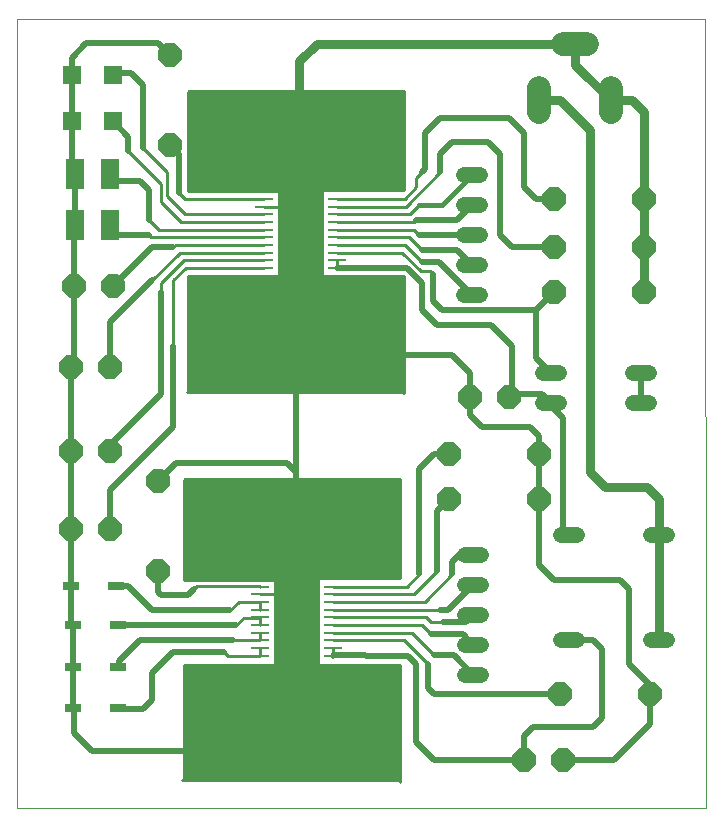
<source format=gtl>
G75*
%MOIN*%
%OFA0B0*%
%FSLAX25Y25*%
%IPPOS*%
%LPD*%
%AMOC8*
5,1,8,0,0,1.08239X$1,22.5*
%
%ADD10C,0.00000*%
%ADD11R,0.05315X0.02953*%
%ADD12C,0.07874*%
%ADD13R,0.06299X0.00984*%
%ADD14R,0.05906X0.05906*%
%ADD15OC8,0.08000*%
%ADD16R,0.05906X0.10236*%
%ADD17C,0.05200*%
%ADD18C,0.01000*%
%ADD19C,0.02000*%
%ADD20C,0.03000*%
%ADD21C,0.01600*%
D10*
X0001000Y0001000D02*
X0001000Y0263961D01*
X0230201Y0263961D01*
X0230701Y0001000D01*
X0001000Y0001000D01*
D11*
X0019520Y0034500D03*
X0019520Y0048000D03*
X0019520Y0062000D03*
X0019020Y0075000D03*
X0033980Y0075000D03*
X0034480Y0062000D03*
X0034480Y0048000D03*
X0034480Y0034500D03*
D12*
X0174795Y0233063D02*
X0174795Y0240937D01*
X0183063Y0255898D02*
X0190937Y0255898D01*
X0198811Y0240937D02*
X0198811Y0233063D01*
D13*
X0107748Y0204146D03*
X0107748Y0201587D03*
X0107748Y0199028D03*
X0107748Y0196469D03*
X0107748Y0193909D03*
X0107748Y0191350D03*
X0107748Y0188791D03*
X0107748Y0186232D03*
X0107748Y0183673D03*
X0107748Y0181114D03*
X0083339Y0181114D03*
X0083339Y0183673D03*
X0083339Y0186232D03*
X0083339Y0188791D03*
X0083339Y0191350D03*
X0083339Y0193909D03*
X0083339Y0196469D03*
X0083339Y0199028D03*
X0083339Y0201587D03*
X0083339Y0204146D03*
X0081945Y0074913D03*
X0081945Y0072354D03*
X0081945Y0069795D03*
X0081945Y0067236D03*
X0081945Y0064677D03*
X0081945Y0062118D03*
X0081945Y0059559D03*
X0081945Y0057000D03*
X0081945Y0054441D03*
X0081945Y0051882D03*
X0106354Y0051882D03*
X0106354Y0054441D03*
X0106354Y0057000D03*
X0106354Y0059559D03*
X0106354Y0062118D03*
X0106354Y0064677D03*
X0106354Y0067236D03*
X0106354Y0069795D03*
X0106354Y0072354D03*
X0106354Y0074913D03*
D14*
X0032890Y0230000D03*
X0019110Y0230000D03*
X0019110Y0245500D03*
X0032890Y0245500D03*
D15*
X0052000Y0252000D03*
X0052000Y0222000D03*
X0033000Y0175000D03*
X0020000Y0175000D03*
X0019000Y0148000D03*
X0032000Y0148000D03*
X0032000Y0120000D03*
X0019000Y0120000D03*
X0019000Y0094000D03*
X0032000Y0094000D03*
X0048000Y0080000D03*
X0048000Y0110000D03*
X0145000Y0104000D03*
X0145000Y0119000D03*
X0152000Y0138000D03*
X0165000Y0138000D03*
X0175000Y0119000D03*
X0175000Y0104000D03*
X0182000Y0039000D03*
X0183000Y0017000D03*
X0170000Y0017000D03*
X0212000Y0039000D03*
X0210000Y0173000D03*
X0210000Y0188000D03*
X0210000Y0204000D03*
X0180000Y0204000D03*
X0180000Y0188000D03*
X0180000Y0173000D03*
D16*
X0031906Y0195500D03*
X0020094Y0195500D03*
X0020094Y0212500D03*
X0031906Y0212500D03*
D17*
X0149900Y0212000D02*
X0155100Y0212000D01*
X0155100Y0202000D02*
X0149900Y0202000D01*
X0149900Y0192000D02*
X0155100Y0192000D01*
X0155100Y0182000D02*
X0149900Y0182000D01*
X0149900Y0172000D02*
X0155100Y0172000D01*
X0176400Y0146000D02*
X0181600Y0146000D01*
X0181600Y0136000D02*
X0176400Y0136000D01*
X0206400Y0136000D02*
X0211600Y0136000D01*
X0211600Y0146000D02*
X0206400Y0146000D01*
X0212400Y0092000D02*
X0217600Y0092000D01*
X0187600Y0092000D02*
X0182400Y0092000D01*
X0155600Y0085500D02*
X0150400Y0085500D01*
X0150400Y0075500D02*
X0155600Y0075500D01*
X0155600Y0065500D02*
X0150400Y0065500D01*
X0150400Y0055500D02*
X0155600Y0055500D01*
X0155600Y0045500D02*
X0150400Y0045500D01*
X0182400Y0057000D02*
X0187600Y0057000D01*
X0212400Y0057000D02*
X0217600Y0057000D01*
D18*
X0146000Y0079000D02*
X0136795Y0069795D01*
X0106354Y0069795D01*
X0106354Y0067236D02*
X0141764Y0067236D01*
X0142000Y0067000D01*
X0143000Y0063000D02*
X0139000Y0063000D01*
X0137323Y0064677D01*
X0106354Y0064677D01*
X0106354Y0062118D02*
X0135882Y0062118D01*
X0139000Y0059000D01*
X0132441Y0059559D02*
X0140000Y0052000D01*
X0138000Y0049000D02*
X0130000Y0057000D01*
X0106354Y0057000D01*
X0106354Y0054441D02*
X0106354Y0051882D01*
X0101220Y0051924D02*
X0086866Y0051924D01*
X0086866Y0050926D02*
X0101220Y0050926D01*
X0101220Y0049927D02*
X0086866Y0049927D01*
X0086866Y0048929D02*
X0101220Y0048929D01*
X0101220Y0048898D02*
X0128492Y0048898D01*
X0128492Y0009921D01*
X0128098Y0010315D01*
X0056051Y0010315D01*
X0056445Y0010709D01*
X0056445Y0048898D01*
X0086866Y0048898D01*
X0086866Y0077244D01*
X0056445Y0077244D01*
X0056445Y0110315D01*
X0056839Y0110709D01*
X0128492Y0110709D01*
X0128492Y0077638D01*
X0101220Y0077638D01*
X0101220Y0048898D01*
X0101220Y0052923D02*
X0086866Y0052923D01*
X0086866Y0053921D02*
X0101220Y0053921D01*
X0101220Y0054920D02*
X0086866Y0054920D01*
X0086866Y0055918D02*
X0101220Y0055918D01*
X0101220Y0056917D02*
X0086866Y0056917D01*
X0086866Y0057915D02*
X0101220Y0057915D01*
X0101220Y0058914D02*
X0086866Y0058914D01*
X0086866Y0059912D02*
X0101220Y0059912D01*
X0101220Y0060911D02*
X0086866Y0060911D01*
X0086866Y0061909D02*
X0101220Y0061909D01*
X0101220Y0062908D02*
X0086866Y0062908D01*
X0086866Y0063906D02*
X0101220Y0063906D01*
X0101220Y0064905D02*
X0086866Y0064905D01*
X0086866Y0065903D02*
X0101220Y0065903D01*
X0101220Y0066902D02*
X0086866Y0066902D01*
X0086866Y0067900D02*
X0101220Y0067900D01*
X0101220Y0068899D02*
X0086866Y0068899D01*
X0086866Y0069897D02*
X0101220Y0069897D01*
X0101220Y0070896D02*
X0086866Y0070896D01*
X0086866Y0071894D02*
X0101220Y0071894D01*
X0101220Y0072893D02*
X0086866Y0072893D01*
X0086866Y0073891D02*
X0101220Y0073891D01*
X0101220Y0074890D02*
X0086866Y0074890D01*
X0086866Y0075888D02*
X0101220Y0075888D01*
X0101220Y0076887D02*
X0086866Y0076887D01*
X0089354Y0072354D02*
X0081945Y0072354D01*
X0081945Y0069795D02*
X0074795Y0069795D01*
X0072000Y0067000D01*
X0076500Y0064500D02*
X0074000Y0062000D01*
X0076500Y0064500D02*
X0081768Y0064500D01*
X0081945Y0064677D01*
X0081945Y0062118D01*
X0081945Y0059559D02*
X0081945Y0057000D01*
X0073000Y0057000D01*
X0070000Y0053000D02*
X0071118Y0051882D01*
X0081945Y0051882D01*
X0081945Y0054441D01*
X0081945Y0067236D02*
X0081945Y0069795D01*
X0081945Y0074913D02*
X0081858Y0075000D01*
X0061000Y0075000D01*
X0060000Y0074000D01*
X0056445Y0077885D02*
X0128492Y0077885D01*
X0128492Y0078884D02*
X0056445Y0078884D01*
X0056445Y0079882D02*
X0128492Y0079882D01*
X0128492Y0080881D02*
X0056445Y0080881D01*
X0056445Y0081879D02*
X0128492Y0081879D01*
X0128492Y0082878D02*
X0056445Y0082878D01*
X0056445Y0083876D02*
X0128492Y0083876D01*
X0128492Y0084875D02*
X0056445Y0084875D01*
X0056445Y0085873D02*
X0128492Y0085873D01*
X0128492Y0086872D02*
X0056445Y0086872D01*
X0056445Y0087870D02*
X0128492Y0087870D01*
X0128492Y0088869D02*
X0056445Y0088869D01*
X0056445Y0089868D02*
X0128492Y0089868D01*
X0128492Y0090866D02*
X0056445Y0090866D01*
X0056445Y0091865D02*
X0128492Y0091865D01*
X0128492Y0092863D02*
X0056445Y0092863D01*
X0056445Y0093862D02*
X0128492Y0093862D01*
X0128492Y0094860D02*
X0056445Y0094860D01*
X0056445Y0095859D02*
X0128492Y0095859D01*
X0128492Y0096857D02*
X0056445Y0096857D01*
X0056445Y0097856D02*
X0128492Y0097856D01*
X0128492Y0098854D02*
X0056445Y0098854D01*
X0056445Y0099853D02*
X0128492Y0099853D01*
X0128492Y0100851D02*
X0056445Y0100851D01*
X0056445Y0101850D02*
X0128492Y0101850D01*
X0128492Y0102848D02*
X0056445Y0102848D01*
X0056445Y0103847D02*
X0128492Y0103847D01*
X0128492Y0104845D02*
X0056445Y0104845D01*
X0056445Y0105844D02*
X0128492Y0105844D01*
X0128492Y0106842D02*
X0056445Y0106842D01*
X0056445Y0107841D02*
X0128492Y0107841D01*
X0128492Y0108839D02*
X0056445Y0108839D01*
X0056445Y0109838D02*
X0128492Y0109838D01*
X0129992Y0139421D02*
X0129598Y0139815D01*
X0057551Y0139815D01*
X0057945Y0140209D01*
X0057945Y0178398D01*
X0088366Y0178398D01*
X0088366Y0206744D01*
X0057945Y0206744D01*
X0057945Y0239815D01*
X0058339Y0240209D01*
X0129992Y0240209D01*
X0129992Y0207138D01*
X0102720Y0207138D01*
X0102720Y0178398D01*
X0129992Y0178398D01*
X0129992Y0139421D01*
X0129992Y0139793D02*
X0129620Y0139793D01*
X0129992Y0140792D02*
X0057945Y0140792D01*
X0057945Y0141790D02*
X0129992Y0141790D01*
X0129992Y0142789D02*
X0057945Y0142789D01*
X0057945Y0143787D02*
X0129992Y0143787D01*
X0129992Y0144786D02*
X0057945Y0144786D01*
X0057945Y0145784D02*
X0129992Y0145784D01*
X0129992Y0146783D02*
X0057945Y0146783D01*
X0057945Y0147781D02*
X0129992Y0147781D01*
X0129992Y0148780D02*
X0057945Y0148780D01*
X0057945Y0149778D02*
X0129992Y0149778D01*
X0129992Y0150777D02*
X0057945Y0150777D01*
X0057945Y0151775D02*
X0129992Y0151775D01*
X0129992Y0152774D02*
X0057945Y0152774D01*
X0057945Y0153772D02*
X0129992Y0153772D01*
X0129992Y0154771D02*
X0057945Y0154771D01*
X0057945Y0155769D02*
X0129992Y0155769D01*
X0129992Y0156768D02*
X0057945Y0156768D01*
X0057945Y0157766D02*
X0129992Y0157766D01*
X0129992Y0158765D02*
X0057945Y0158765D01*
X0057945Y0159763D02*
X0129992Y0159763D01*
X0129992Y0160762D02*
X0057945Y0160762D01*
X0057945Y0161760D02*
X0129992Y0161760D01*
X0129992Y0162759D02*
X0057945Y0162759D01*
X0057945Y0163757D02*
X0129992Y0163757D01*
X0129992Y0164756D02*
X0057945Y0164756D01*
X0057945Y0165754D02*
X0129992Y0165754D01*
X0129992Y0166753D02*
X0057945Y0166753D01*
X0057945Y0167751D02*
X0129992Y0167751D01*
X0129992Y0168750D02*
X0057945Y0168750D01*
X0057945Y0169748D02*
X0129992Y0169748D01*
X0129992Y0170747D02*
X0057945Y0170747D01*
X0057945Y0171745D02*
X0129992Y0171745D01*
X0129992Y0172744D02*
X0057945Y0172744D01*
X0057945Y0173742D02*
X0129992Y0173742D01*
X0129992Y0174741D02*
X0057945Y0174741D01*
X0057945Y0175739D02*
X0129992Y0175739D01*
X0129992Y0176738D02*
X0057945Y0176738D01*
X0057945Y0177737D02*
X0129992Y0177737D01*
X0135500Y0180000D02*
X0138500Y0180000D01*
X0139500Y0179000D01*
X0135500Y0180000D02*
X0129268Y0186232D01*
X0107748Y0186232D01*
X0107748Y0183673D02*
X0107748Y0181114D01*
X0102720Y0180732D02*
X0088366Y0180732D01*
X0088366Y0179734D02*
X0102720Y0179734D01*
X0102720Y0178735D02*
X0088366Y0178735D01*
X0088366Y0181731D02*
X0102720Y0181731D01*
X0102720Y0182729D02*
X0088366Y0182729D01*
X0088366Y0183728D02*
X0102720Y0183728D01*
X0102720Y0184726D02*
X0088366Y0184726D01*
X0088366Y0185725D02*
X0102720Y0185725D01*
X0102720Y0186723D02*
X0088366Y0186723D01*
X0088366Y0187722D02*
X0102720Y0187722D01*
X0102720Y0188720D02*
X0088366Y0188720D01*
X0088366Y0189719D02*
X0102720Y0189719D01*
X0102720Y0190717D02*
X0088366Y0190717D01*
X0088366Y0191716D02*
X0102720Y0191716D01*
X0102720Y0192714D02*
X0088366Y0192714D01*
X0088366Y0193713D02*
X0102720Y0193713D01*
X0102720Y0194711D02*
X0088366Y0194711D01*
X0088366Y0195710D02*
X0102720Y0195710D01*
X0102720Y0196708D02*
X0088366Y0196708D01*
X0088366Y0197707D02*
X0102720Y0197707D01*
X0102720Y0198705D02*
X0088366Y0198705D01*
X0088366Y0199704D02*
X0102720Y0199704D01*
X0102720Y0200702D02*
X0088366Y0200702D01*
X0088366Y0201701D02*
X0102720Y0201701D01*
X0102720Y0202699D02*
X0088366Y0202699D01*
X0088366Y0203698D02*
X0102720Y0203698D01*
X0102720Y0204696D02*
X0088366Y0204696D01*
X0088366Y0205695D02*
X0102720Y0205695D01*
X0102720Y0206693D02*
X0088366Y0206693D01*
X0092000Y0202000D02*
X0091587Y0201587D01*
X0083339Y0201587D01*
X0083339Y0204146D02*
X0056854Y0204146D01*
X0055000Y0206000D01*
X0051000Y0205000D02*
X0051000Y0213000D01*
X0043000Y0221000D01*
X0038000Y0220000D02*
X0049000Y0209000D01*
X0049000Y0203000D01*
X0055531Y0196469D01*
X0083339Y0196469D01*
X0083339Y0199028D02*
X0061028Y0199028D01*
X0061000Y0199000D01*
X0057000Y0199000D01*
X0051000Y0205000D01*
X0057945Y0207692D02*
X0129992Y0207692D01*
X0129992Y0208690D02*
X0057945Y0208690D01*
X0057945Y0209689D02*
X0129992Y0209689D01*
X0129992Y0210687D02*
X0057945Y0210687D01*
X0057945Y0211686D02*
X0129992Y0211686D01*
X0129992Y0212684D02*
X0057945Y0212684D01*
X0057945Y0213683D02*
X0129992Y0213683D01*
X0129992Y0214681D02*
X0057945Y0214681D01*
X0057945Y0215680D02*
X0129992Y0215680D01*
X0129992Y0216678D02*
X0057945Y0216678D01*
X0057945Y0217677D02*
X0129992Y0217677D01*
X0129992Y0218675D02*
X0057945Y0218675D01*
X0057945Y0219674D02*
X0129992Y0219674D01*
X0129992Y0220672D02*
X0057945Y0220672D01*
X0057945Y0221671D02*
X0129992Y0221671D01*
X0129992Y0222670D02*
X0057945Y0222670D01*
X0057945Y0223668D02*
X0129992Y0223668D01*
X0129992Y0224667D02*
X0057945Y0224667D01*
X0057945Y0225665D02*
X0129992Y0225665D01*
X0129992Y0226664D02*
X0057945Y0226664D01*
X0057945Y0227662D02*
X0129992Y0227662D01*
X0129992Y0228661D02*
X0057945Y0228661D01*
X0057945Y0229659D02*
X0129992Y0229659D01*
X0129992Y0230658D02*
X0057945Y0230658D01*
X0057945Y0231656D02*
X0129992Y0231656D01*
X0129992Y0232655D02*
X0057945Y0232655D01*
X0057945Y0233653D02*
X0129992Y0233653D01*
X0129992Y0234652D02*
X0057945Y0234652D01*
X0057945Y0235650D02*
X0129992Y0235650D01*
X0129992Y0236649D02*
X0057945Y0236649D01*
X0057945Y0237647D02*
X0129992Y0237647D01*
X0129992Y0238646D02*
X0057945Y0238646D01*
X0057945Y0239644D02*
X0129992Y0239644D01*
X0142000Y0217000D02*
X0142000Y0213000D01*
X0130587Y0201587D01*
X0107748Y0201587D01*
X0107748Y0204146D02*
X0130146Y0204146D01*
X0134000Y0208000D01*
X0134000Y0211000D01*
X0136000Y0213000D01*
X0135000Y0202000D02*
X0132000Y0199000D01*
X0107776Y0199000D01*
X0107748Y0199028D01*
X0107748Y0196469D02*
X0133469Y0196469D01*
X0134000Y0197000D01*
X0133091Y0193909D02*
X0135000Y0192000D01*
X0133091Y0193909D02*
X0107748Y0193909D01*
X0107748Y0191350D02*
X0131650Y0191350D01*
X0136000Y0187000D01*
X0136000Y0183000D02*
X0130209Y0188791D01*
X0107748Y0188791D01*
X0083339Y0188791D02*
X0053791Y0188791D01*
X0053000Y0188000D01*
X0055232Y0186232D02*
X0046000Y0177000D01*
X0049000Y0176000D02*
X0049000Y0173000D01*
X0049000Y0176000D02*
X0056673Y0183673D01*
X0083339Y0183673D01*
X0083339Y0181114D02*
X0057114Y0181114D01*
X0053000Y0177000D01*
X0053000Y0155000D01*
X0055232Y0186232D02*
X0083339Y0186232D01*
X0083339Y0191350D02*
X0045650Y0191350D01*
X0045000Y0192000D01*
X0048091Y0193909D02*
X0045000Y0197000D01*
X0048091Y0193909D02*
X0083339Y0193909D01*
X0141000Y0080000D02*
X0133354Y0072354D01*
X0106354Y0072354D01*
X0106354Y0074913D02*
X0130913Y0074913D01*
X0135000Y0079000D01*
X0132441Y0059559D02*
X0106354Y0059559D01*
X0089354Y0072354D02*
X0094000Y0077000D01*
X0128492Y0047930D02*
X0056445Y0047930D01*
X0056445Y0046932D02*
X0128492Y0046932D01*
X0128492Y0045933D02*
X0056445Y0045933D01*
X0056445Y0044934D02*
X0128492Y0044934D01*
X0128492Y0043936D02*
X0056445Y0043936D01*
X0056445Y0042937D02*
X0128492Y0042937D01*
X0128492Y0041939D02*
X0056445Y0041939D01*
X0056445Y0040940D02*
X0128492Y0040940D01*
X0128492Y0039942D02*
X0056445Y0039942D01*
X0056445Y0038943D02*
X0128492Y0038943D01*
X0128492Y0037945D02*
X0056445Y0037945D01*
X0056445Y0036946D02*
X0128492Y0036946D01*
X0128492Y0035948D02*
X0056445Y0035948D01*
X0056445Y0034949D02*
X0128492Y0034949D01*
X0128492Y0033951D02*
X0056445Y0033951D01*
X0056445Y0032952D02*
X0128492Y0032952D01*
X0128492Y0031954D02*
X0056445Y0031954D01*
X0056445Y0030955D02*
X0128492Y0030955D01*
X0128492Y0029957D02*
X0056445Y0029957D01*
X0056445Y0028958D02*
X0128492Y0028958D01*
X0128492Y0027960D02*
X0056445Y0027960D01*
X0056445Y0026961D02*
X0128492Y0026961D01*
X0128492Y0025963D02*
X0056445Y0025963D01*
X0056445Y0024964D02*
X0128492Y0024964D01*
X0128492Y0023966D02*
X0056445Y0023966D01*
X0056445Y0022967D02*
X0128492Y0022967D01*
X0128492Y0021969D02*
X0056445Y0021969D01*
X0056445Y0020970D02*
X0128492Y0020970D01*
X0128492Y0019972D02*
X0056445Y0019972D01*
X0056445Y0018973D02*
X0128492Y0018973D01*
X0128492Y0017975D02*
X0056445Y0017975D01*
X0056445Y0016976D02*
X0128492Y0016976D01*
X0128492Y0015978D02*
X0056445Y0015978D01*
X0056445Y0014979D02*
X0128492Y0014979D01*
X0128492Y0013981D02*
X0056445Y0013981D01*
X0056445Y0012982D02*
X0128492Y0012982D01*
X0128492Y0011984D02*
X0056445Y0011984D01*
X0056445Y0010985D02*
X0128492Y0010985D01*
X0128492Y0009987D02*
X0128427Y0009987D01*
D19*
X0140000Y0017000D02*
X0134000Y0023000D01*
X0134000Y0049000D01*
X0131118Y0051882D01*
X0117118Y0051882D01*
X0117000Y0052000D01*
X0106472Y0052000D01*
X0106354Y0051882D01*
X0095000Y0076000D02*
X0094000Y0077000D01*
X0094000Y0113000D01*
X0094000Y0144000D01*
X0102000Y0152000D01*
X0146000Y0152000D01*
X0152000Y0146000D01*
X0152000Y0138000D01*
X0152000Y0132000D01*
X0156000Y0128000D01*
X0172000Y0128000D01*
X0175000Y0125000D01*
X0175000Y0119000D01*
X0175000Y0104000D01*
X0175000Y0082000D01*
X0180000Y0077000D01*
X0202000Y0077000D01*
X0205000Y0074000D01*
X0205000Y0049000D01*
X0212000Y0042000D01*
X0212000Y0039000D01*
X0212000Y0029000D01*
X0200000Y0017000D01*
X0183000Y0017000D01*
X0173000Y0028000D02*
X0193000Y0028000D01*
X0196000Y0031000D01*
X0196000Y0054000D01*
X0193000Y0057000D01*
X0185000Y0057000D01*
X0182000Y0039000D02*
X0140000Y0039000D01*
X0138000Y0041000D01*
X0138000Y0049000D01*
X0140000Y0052000D02*
X0146500Y0052000D01*
X0153000Y0045500D01*
X0153000Y0055500D02*
X0149500Y0059000D01*
X0139000Y0059000D01*
X0143000Y0063000D02*
X0150500Y0063000D01*
X0153000Y0065500D01*
X0144500Y0067000D02*
X0153000Y0075500D01*
X0146000Y0079000D02*
X0146000Y0083000D01*
X0149000Y0086000D01*
X0152500Y0086000D01*
X0153000Y0085500D01*
X0141000Y0080000D02*
X0141000Y0100000D01*
X0145000Y0104000D01*
X0135000Y0114000D02*
X0140000Y0119000D01*
X0145000Y0119000D01*
X0135000Y0114000D02*
X0135000Y0079000D01*
X0142000Y0067000D02*
X0144500Y0067000D01*
X0173000Y0028000D02*
X0170000Y0025000D01*
X0170000Y0017000D01*
X0140000Y0017000D01*
X0095000Y0026000D02*
X0089000Y0020000D01*
X0026000Y0020000D01*
X0020000Y0026000D01*
X0020000Y0034020D01*
X0019520Y0034500D01*
X0019520Y0048000D01*
X0019520Y0062000D01*
X0019020Y0062500D01*
X0019020Y0075000D01*
X0019020Y0093980D01*
X0019000Y0094000D01*
X0019000Y0120000D01*
X0019000Y0148000D01*
X0020000Y0149000D01*
X0020000Y0175000D01*
X0020000Y0195500D01*
X0020094Y0195500D01*
X0021000Y0195500D01*
X0020094Y0195500D02*
X0020094Y0208000D01*
X0020000Y0208000D01*
X0020000Y0212406D01*
X0020094Y0212500D01*
X0019110Y0208890D02*
X0020000Y0208000D01*
X0019110Y0208890D02*
X0019110Y0230000D01*
X0019110Y0245500D01*
X0019110Y0251110D01*
X0024000Y0256000D01*
X0048000Y0256000D01*
X0052000Y0252000D01*
X0043000Y0242000D02*
X0039000Y0246000D01*
X0033390Y0246000D01*
X0032890Y0245500D01*
X0043000Y0242000D02*
X0043000Y0221000D01*
X0038000Y0220000D02*
X0038000Y0224890D01*
X0032890Y0230000D01*
X0031906Y0212500D02*
X0034406Y0210000D01*
X0042000Y0210000D01*
X0045000Y0207000D01*
X0045000Y0197000D01*
X0045000Y0192000D02*
X0031406Y0192000D01*
X0031906Y0195500D01*
X0046000Y0188000D02*
X0033000Y0175000D01*
X0032000Y0163000D02*
X0032000Y0148000D01*
X0032000Y0163000D02*
X0046000Y0177000D01*
X0049000Y0173000D02*
X0049000Y0139000D01*
X0032000Y0122000D01*
X0032000Y0120000D01*
X0032000Y0107000D02*
X0032000Y0094000D01*
X0032000Y0107000D02*
X0053000Y0128000D01*
X0053000Y0155000D01*
X0053000Y0188000D02*
X0046000Y0188000D01*
X0055000Y0206000D02*
X0055000Y0219000D01*
X0052000Y0222000D01*
X0092000Y0202000D02*
X0095000Y0205000D01*
X0095000Y0240000D01*
X0095000Y0205000D02*
X0096000Y0204000D01*
X0096000Y0157000D01*
X0101000Y0152000D01*
X0102000Y0152000D01*
X0107748Y0181114D02*
X0117500Y0181114D01*
X0117500Y0181000D01*
X0117614Y0181114D01*
X0130886Y0181114D01*
X0136000Y0176000D01*
X0136000Y0167000D01*
X0141000Y0162000D01*
X0159000Y0162000D01*
X0166000Y0155000D01*
X0166000Y0139000D01*
X0176000Y0139000D01*
X0179000Y0136000D01*
X0179000Y0135000D01*
X0183000Y0131000D01*
X0183000Y0094000D01*
X0185000Y0092000D01*
X0209000Y0136000D02*
X0209000Y0146000D01*
X0179000Y0146000D02*
X0174000Y0151000D01*
X0174000Y0167000D01*
X0180000Y0173000D01*
X0174000Y0167000D02*
X0142500Y0167000D01*
X0139500Y0170000D01*
X0139500Y0179000D01*
X0141500Y0183000D02*
X0136000Y0183000D01*
X0136000Y0187000D02*
X0147500Y0187000D01*
X0152500Y0182000D01*
X0152500Y0172000D02*
X0141500Y0183000D01*
X0135000Y0192000D02*
X0152500Y0192000D01*
X0147500Y0197000D02*
X0152500Y0202000D01*
X0147500Y0197000D02*
X0134000Y0197000D01*
X0136000Y0213000D02*
X0137000Y0214000D01*
X0137000Y0226000D01*
X0142000Y0231000D01*
X0165000Y0231000D01*
X0170000Y0226000D01*
X0170000Y0208000D01*
X0174000Y0204000D01*
X0180000Y0204000D01*
X0180000Y0188000D02*
X0166000Y0188000D01*
X0162000Y0192000D01*
X0162000Y0219000D01*
X0158000Y0223000D01*
X0146000Y0223000D01*
X0142000Y0219000D01*
X0142000Y0213000D01*
X0166000Y0139000D02*
X0165000Y0138000D01*
X0095000Y0076000D02*
X0095000Y0026000D01*
X0070000Y0053000D02*
X0053000Y0053000D01*
X0046000Y0046000D01*
X0046000Y0037000D01*
X0043000Y0034000D01*
X0034980Y0034000D01*
X0034480Y0034500D01*
X0034480Y0048000D02*
X0035000Y0048520D01*
X0035000Y0050000D01*
X0042000Y0057000D01*
X0073000Y0057000D01*
X0074000Y0062000D02*
X0034480Y0062000D01*
X0046000Y0067000D02*
X0038000Y0075000D01*
X0033980Y0075000D01*
X0046000Y0067000D02*
X0072000Y0067000D01*
X0060000Y0074000D02*
X0058000Y0072000D01*
X0049000Y0072000D01*
X0048000Y0073000D01*
X0048000Y0080000D01*
X0048000Y0110000D02*
X0054000Y0116000D01*
X0091000Y0116000D01*
X0094000Y0113000D01*
D20*
X0192000Y0113000D02*
X0197000Y0108000D01*
X0211000Y0108000D01*
X0215000Y0104000D01*
X0215000Y0092000D01*
X0215000Y0057000D01*
X0192000Y0113000D02*
X0192000Y0227000D01*
X0182000Y0237000D01*
X0174795Y0237000D01*
X0187000Y0248811D02*
X0198811Y0237000D01*
X0206000Y0237000D01*
X0210000Y0233000D01*
X0210000Y0204000D01*
X0210000Y0188000D01*
X0210000Y0173000D01*
X0187000Y0248811D02*
X0187000Y0255898D01*
X0100898Y0255898D01*
X0095000Y0250000D01*
X0095000Y0240000D01*
D21*
X0135000Y0202000D02*
X0142500Y0202000D01*
X0152500Y0212000D01*
M02*

</source>
